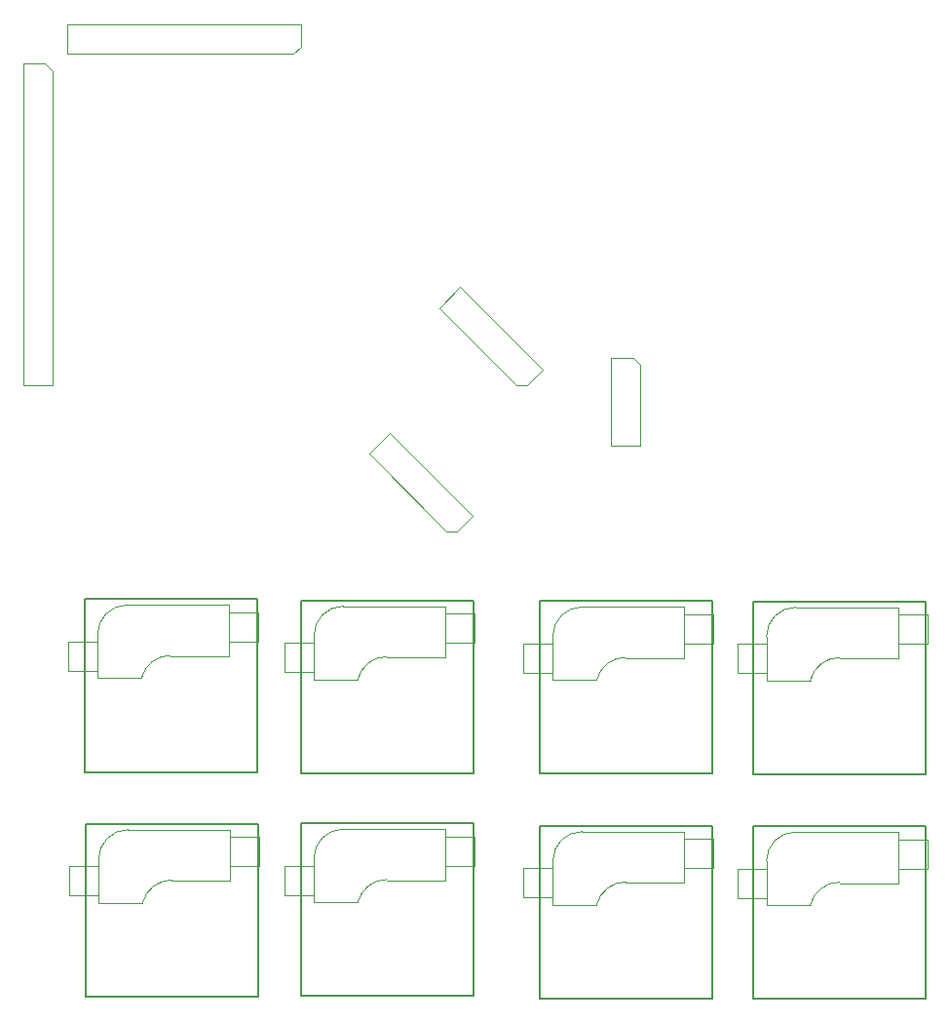
<source format=gbr>
%TF.GenerationSoftware,KiCad,Pcbnew,8.0.2*%
%TF.CreationDate,2025-08-30T14:31:31+07:00*%
%TF.ProjectId,minions,6d696e69-6f6e-4732-9e6b-696361645f70,1*%
%TF.SameCoordinates,Original*%
%TF.FileFunction,AssemblyDrawing,Bot*%
%FSLAX46Y46*%
G04 Gerber Fmt 4.6, Leading zero omitted, Abs format (unit mm)*
G04 Created by KiCad (PCBNEW 8.0.2) date 2025-08-30 14:31:31*
%MOMM*%
%LPD*%
G01*
G04 APERTURE LIST*
%ADD10C,0.100000*%
%ADD11C,0.120000*%
%ADD12C,0.150000*%
G04 APERTURE END LIST*
D10*
%TO.C,J6*%
X159857328Y-99052672D02*
X161762328Y-99052672D01*
X159857328Y-106672672D02*
X159857328Y-99052672D01*
X161762328Y-99052672D02*
X162397328Y-99687672D01*
X162397328Y-99687672D02*
X162397328Y-106672672D01*
X162397328Y-106672672D02*
X159857328Y-106672672D01*
%TO.C,J2*%
X144911847Y-94707899D02*
X146707897Y-92911847D01*
X146707897Y-92911847D02*
X153892102Y-100096053D01*
X151647037Y-101443090D02*
X144911847Y-94707899D01*
X152545065Y-101443090D02*
X151647037Y-101443090D01*
X153892102Y-100096053D02*
X152545065Y-101443090D01*
D11*
%TO.C,K8*%
X131500000Y-143150000D02*
X131500000Y-145690000D01*
X131500000Y-145690000D02*
X134040000Y-145690000D01*
D12*
X132890000Y-139460000D02*
X147890000Y-139460000D01*
X132890000Y-154460000D02*
X132890000Y-139460000D01*
D11*
X134040000Y-142515000D02*
X134040000Y-146325000D01*
X134040000Y-143150000D02*
X131500000Y-143150000D01*
X134040000Y-146325000D02*
X137850001Y-146325001D01*
X140390000Y-144420000D02*
X145470000Y-144420000D01*
X145470000Y-139975000D02*
X136580000Y-139975000D01*
X145470000Y-143150000D02*
X148010000Y-143150000D01*
X145470000Y-144420000D02*
X145470000Y-139975000D01*
D12*
X147890000Y-139460000D02*
X147890000Y-154460000D01*
X147890000Y-154460000D02*
X132890000Y-154460000D01*
D11*
X148010000Y-140610000D02*
X145470000Y-140610000D01*
X148010000Y-143150000D02*
X148010000Y-140610000D01*
X134040000Y-142515000D02*
G75*
G02*
X136580000Y-139975000I2540000J0D01*
G01*
X137850001Y-146325001D02*
G75*
G02*
X140389999Y-144341829I2539999J-634999D01*
G01*
%TO.C,K7*%
X112800000Y-143200000D02*
X112800000Y-145740000D01*
X112800000Y-145740000D02*
X115340000Y-145740000D01*
D12*
X114190000Y-139510000D02*
X129190000Y-139510000D01*
X114190000Y-154510000D02*
X114190000Y-139510000D01*
D11*
X115340000Y-142565000D02*
X115340000Y-146375000D01*
X115340000Y-143200000D02*
X112800000Y-143200000D01*
X115340000Y-146375000D02*
X119150001Y-146375001D01*
X121690000Y-144470000D02*
X126770000Y-144470000D01*
X126770000Y-140025000D02*
X117880000Y-140025000D01*
X126770000Y-143200000D02*
X129310000Y-143200000D01*
X126770000Y-144470000D02*
X126770000Y-140025000D01*
D12*
X129190000Y-139510000D02*
X129190000Y-154510000D01*
X129190000Y-154510000D02*
X114190000Y-154510000D01*
D11*
X129310000Y-140660000D02*
X126770000Y-140660000D01*
X129310000Y-143200000D02*
X129310000Y-140660000D01*
X115340000Y-142565000D02*
G75*
G02*
X117880000Y-140025000I2540000J0D01*
G01*
X119150001Y-146375001D02*
G75*
G02*
X121689999Y-144391829I2539999J-634999D01*
G01*
%TO.C,K6*%
X131500000Y-123800000D02*
X131500000Y-126340000D01*
X131500000Y-126340000D02*
X134040000Y-126340000D01*
D12*
X132890000Y-120110000D02*
X147890000Y-120110000D01*
X132890000Y-135110000D02*
X132890000Y-120110000D01*
D11*
X134040000Y-123165000D02*
X134040000Y-126975000D01*
X134040000Y-123800000D02*
X131500000Y-123800000D01*
X134040000Y-126975000D02*
X137850001Y-126975001D01*
X140390000Y-125070000D02*
X145470000Y-125070000D01*
X145470000Y-120625000D02*
X136580000Y-120625000D01*
X145470000Y-123800000D02*
X148010000Y-123800000D01*
X145470000Y-125070000D02*
X145470000Y-120625000D01*
D12*
X147890000Y-120110000D02*
X147890000Y-135110000D01*
X147890000Y-135110000D02*
X132890000Y-135110000D01*
D11*
X148010000Y-121260000D02*
X145470000Y-121260000D01*
X148010000Y-123800000D02*
X148010000Y-121260000D01*
X134040000Y-123165000D02*
G75*
G02*
X136580000Y-120625000I2540000J0D01*
G01*
X137850001Y-126975001D02*
G75*
G02*
X140389999Y-124991829I2539999J-634999D01*
G01*
%TO.C,K5*%
X170820000Y-143390000D02*
X170820000Y-145930000D01*
X170820000Y-145930000D02*
X173360000Y-145930000D01*
D12*
X172210000Y-139700000D02*
X187210000Y-139700000D01*
X172210000Y-154700000D02*
X172210000Y-139700000D01*
D11*
X173360000Y-142755000D02*
X173360000Y-146565000D01*
X173360000Y-143390000D02*
X170820000Y-143390000D01*
X173360000Y-146565000D02*
X177170001Y-146565001D01*
X179710000Y-144660000D02*
X184790000Y-144660000D01*
X184790000Y-140215000D02*
X175900000Y-140215000D01*
X184790000Y-143390000D02*
X187330000Y-143390000D01*
X184790000Y-144660000D02*
X184790000Y-140215000D01*
D12*
X187210000Y-139700000D02*
X187210000Y-154700000D01*
X187210000Y-154700000D02*
X172210000Y-154700000D01*
D11*
X187330000Y-140850000D02*
X184790000Y-140850000D01*
X187330000Y-143390000D02*
X187330000Y-140850000D01*
X173360000Y-142755000D02*
G75*
G02*
X175900000Y-140215000I2540000J0D01*
G01*
X177170001Y-146565001D02*
G75*
G02*
X179709999Y-144581829I2539999J-634999D01*
G01*
%TO.C,K2*%
X152260000Y-143360000D02*
X152260000Y-145900000D01*
X152260000Y-145900000D02*
X154800000Y-145900000D01*
D12*
X153650000Y-139670000D02*
X168650000Y-139670000D01*
X153650000Y-154670000D02*
X153650000Y-139670000D01*
D11*
X154800000Y-142725000D02*
X154800000Y-146535000D01*
X154800000Y-143360000D02*
X152260000Y-143360000D01*
X154800000Y-146535000D02*
X158610001Y-146535001D01*
X161150000Y-144630000D02*
X166230000Y-144630000D01*
X166230000Y-140185000D02*
X157340000Y-140185000D01*
X166230000Y-143360000D02*
X168770000Y-143360000D01*
X166230000Y-144630000D02*
X166230000Y-140185000D01*
D12*
X168650000Y-139670000D02*
X168650000Y-154670000D01*
X168650000Y-154670000D02*
X153650000Y-154670000D01*
D11*
X168770000Y-140820000D02*
X166230000Y-140820000D01*
X168770000Y-143360000D02*
X168770000Y-140820000D01*
X154800000Y-142725000D02*
G75*
G02*
X157340000Y-140185000I2540000J0D01*
G01*
X158610001Y-146535001D02*
G75*
G02*
X161149999Y-144551829I2539999J-634999D01*
G01*
D10*
%TO.C,J1*%
X112599998Y-70130000D02*
X132919998Y-70130001D01*
X112599998Y-72670000D02*
X112599998Y-70130000D01*
X132284999Y-72670000D02*
X112599998Y-72670000D01*
X132919998Y-70130001D02*
X132919998Y-72034998D01*
X132919998Y-72034998D02*
X132284999Y-72670000D01*
D11*
%TO.C,K3*%
X112700000Y-123700000D02*
X112700000Y-126240000D01*
X112700000Y-126240000D02*
X115240000Y-126240000D01*
D12*
X114090000Y-120010000D02*
X129090000Y-120010000D01*
X114090000Y-135010000D02*
X114090000Y-120010000D01*
D11*
X115240000Y-123065000D02*
X115240000Y-126875000D01*
X115240000Y-123700000D02*
X112700000Y-123700000D01*
X115240000Y-126875000D02*
X119050001Y-126875001D01*
X121590000Y-124970000D02*
X126670000Y-124970000D01*
X126670000Y-120525000D02*
X117780000Y-120525000D01*
X126670000Y-123700000D02*
X129210000Y-123700000D01*
X126670000Y-124970000D02*
X126670000Y-120525000D01*
D12*
X129090000Y-120010000D02*
X129090000Y-135010000D01*
X129090000Y-135010000D02*
X114090000Y-135010000D01*
D11*
X129210000Y-121160000D02*
X126670000Y-121160000D01*
X129210000Y-123700000D02*
X129210000Y-121160000D01*
X115240000Y-123065000D02*
G75*
G02*
X117780000Y-120525000I2540000J0D01*
G01*
X119050001Y-126875001D02*
G75*
G02*
X121589999Y-124891829I2539999J-634999D01*
G01*
%TO.C,K4*%
X170820000Y-123890000D02*
X170820000Y-126430000D01*
X170820000Y-126430000D02*
X173360000Y-126430000D01*
D12*
X172210000Y-120200000D02*
X187210000Y-120200000D01*
X172210000Y-135200000D02*
X172210000Y-120200000D01*
D11*
X173360000Y-123255000D02*
X173360000Y-127065000D01*
X173360000Y-123890000D02*
X170820000Y-123890000D01*
X173360000Y-127065000D02*
X177170001Y-127065001D01*
X179710000Y-125160000D02*
X184790000Y-125160000D01*
X184790000Y-120715000D02*
X175900000Y-120715000D01*
X184790000Y-123890000D02*
X187330000Y-123890000D01*
X184790000Y-125160000D02*
X184790000Y-120715000D01*
D12*
X187210000Y-120200000D02*
X187210000Y-135200000D01*
X187210000Y-135200000D02*
X172210000Y-135200000D01*
D11*
X187330000Y-121350000D02*
X184790000Y-121350000D01*
X187330000Y-123890000D02*
X187330000Y-121350000D01*
X173360000Y-123255000D02*
G75*
G02*
X175900000Y-120715000I2540000J0D01*
G01*
X177170001Y-127065001D02*
G75*
G02*
X179709999Y-125081829I2539999J-634999D01*
G01*
D10*
%TO.C,J5*%
X108780000Y-101450000D02*
X108780002Y-73510000D01*
X108780002Y-73510000D02*
X110685000Y-73510001D01*
X110685000Y-73510001D02*
X111320000Y-74145001D01*
X111320000Y-74145001D02*
X111320000Y-101450001D01*
X111320000Y-101450001D02*
X108780000Y-101450000D01*
%TO.C,J3*%
X138815796Y-107361847D02*
X140611846Y-105565795D01*
X140611846Y-105565795D02*
X147796050Y-112749999D01*
X145550986Y-114097038D02*
X138815796Y-107361847D01*
X146449014Y-114097038D02*
X145550986Y-114097038D01*
X147796050Y-112749999D02*
X146449014Y-114097038D01*
D11*
%TO.C,K1*%
X152260000Y-123860000D02*
X152260000Y-126400000D01*
X152260000Y-126400000D02*
X154800000Y-126400000D01*
D12*
X153650000Y-120170000D02*
X168650000Y-120170000D01*
X153650000Y-135170000D02*
X153650000Y-120170000D01*
D11*
X154800000Y-123225000D02*
X154800000Y-127035000D01*
X154800000Y-123860000D02*
X152260000Y-123860000D01*
X154800000Y-127035000D02*
X158610001Y-127035001D01*
X161150000Y-125130000D02*
X166230000Y-125130000D01*
X166230000Y-120685000D02*
X157340000Y-120685000D01*
X166230000Y-123860000D02*
X168770000Y-123860000D01*
X166230000Y-125130000D02*
X166230000Y-120685000D01*
D12*
X168650000Y-120170000D02*
X168650000Y-135170000D01*
X168650000Y-135170000D02*
X153650000Y-135170000D01*
D11*
X168770000Y-121320000D02*
X166230000Y-121320000D01*
X168770000Y-123860000D02*
X168770000Y-121320000D01*
X154800000Y-123225000D02*
G75*
G02*
X157340000Y-120685000I2540000J0D01*
G01*
X158610001Y-127035001D02*
G75*
G02*
X161149999Y-125051829I2539999J-634999D01*
G01*
%TD*%
M02*

</source>
